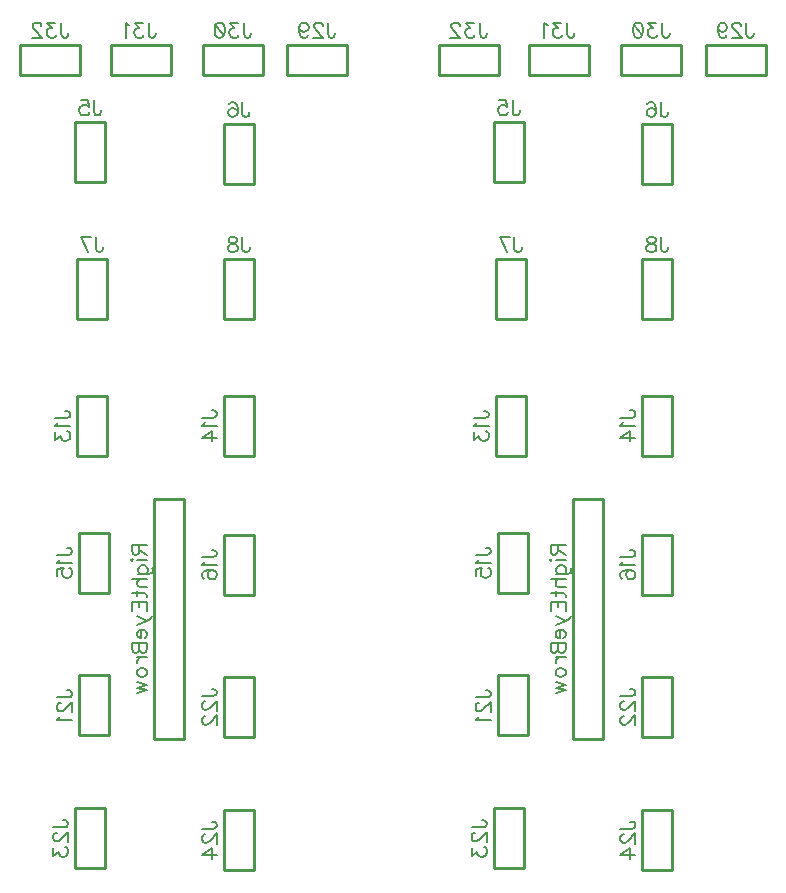
<source format=gbr>
G04 DipTrace 2.4.0.2*
%INBottomSilk.gbr*%
%MOIN*%
%ADD10C,0.0098*%
%ADD39C,0.0077*%
%FSLAX44Y44*%
G04*
G70*
G90*
G75*
G01*
%LNBotSilk*%
%LPD*%
X6753Y29505D2*
D10*
X7753D1*
X6753Y27505D2*
Y29505D1*
Y27505D2*
X7753D1*
Y29505D1*
X11703Y29443D2*
X12703D1*
X11703Y27443D2*
Y29443D1*
Y27443D2*
X12703D1*
Y29443D1*
X6815Y24943D2*
X7815D1*
X6815Y22943D2*
Y24943D1*
Y22943D2*
X7815D1*
Y24943D1*
X11703D2*
X12703D1*
X11703Y22943D2*
Y24943D1*
Y22943D2*
X12703D1*
Y24943D1*
X6815Y20380D2*
X7815D1*
X6815Y18380D2*
Y20380D1*
Y18380D2*
X7815D1*
Y20380D1*
X11703D2*
X12703D1*
X11703Y18380D2*
Y20380D1*
Y18380D2*
X12703D1*
Y20380D1*
X6878Y15818D2*
X7878D1*
X6878Y13818D2*
Y15818D1*
Y13818D2*
X7878D1*
Y15818D1*
X11703Y15755D2*
X12703D1*
X11703Y13755D2*
Y15755D1*
Y13755D2*
X12703D1*
Y15755D1*
X6878Y11068D2*
X7878D1*
X6878Y9068D2*
Y11068D1*
Y9068D2*
X7878D1*
Y11068D1*
X11703Y11005D2*
X12703D1*
X11703Y9005D2*
Y11005D1*
Y9005D2*
X12703D1*
Y11005D1*
X6746Y6630D2*
X7746D1*
X6746Y4630D2*
Y6630D1*
Y4630D2*
X7746D1*
Y6630D1*
X11703Y6568D2*
X12703D1*
X11703Y4568D2*
Y6568D1*
Y4568D2*
X12703D1*
Y6568D1*
X13816Y31092D2*
Y32092D1*
X15816Y31092D2*
X13816D1*
X15816D2*
Y32092D1*
X13816D1*
X11004Y31092D2*
Y32092D1*
X13004Y31092D2*
X11004D1*
X13004D2*
Y32092D1*
X11004D1*
X7941Y31092D2*
Y32092D1*
X9941Y31092D2*
X7941D1*
X9941D2*
Y32092D1*
X7941D1*
X4917Y31092D2*
Y32092D1*
X6917Y31092D2*
X4917D1*
X6917D2*
Y32092D1*
X4917D1*
X10378Y8943D2*
Y16943D1*
X9378Y8943D2*
X10378D1*
X9378D2*
Y16943D1*
X10378D1*
X7378Y30238D2*
D39*
Y29855D1*
X7402Y29783D1*
X7426Y29759D1*
X7474Y29735D1*
X7522D1*
X7569Y29759D1*
X7593Y29783D1*
X7617Y29855D1*
Y29903D1*
X6937Y30237D2*
X7175D1*
X7199Y30022D1*
X7175Y30046D1*
X7104Y30070D1*
X7032D1*
X6960Y30046D1*
X6912Y29998D1*
X6889Y29926D1*
Y29879D1*
X6912Y29807D1*
X6960Y29759D1*
X7032Y29735D1*
X7104D1*
X7175Y29759D1*
X7199Y29783D1*
X7223Y29831D1*
X12315Y30175D2*
Y29793D1*
X12339Y29721D1*
X12364Y29697D1*
X12411Y29673D1*
X12459D1*
X12507Y29697D1*
X12530Y29721D1*
X12555Y29793D1*
Y29840D1*
X11874Y30103D2*
X11898Y30151D1*
X11970Y30174D1*
X12017D1*
X12089Y30151D1*
X12137Y30079D1*
X12161Y29959D1*
Y29840D1*
X12137Y29744D1*
X12089Y29696D1*
X12017Y29673D1*
X11994D1*
X11922Y29696D1*
X11874Y29744D1*
X11850Y29816D1*
Y29840D1*
X11874Y29912D1*
X11922Y29959D1*
X11994Y29983D1*
X12017D1*
X12089Y29959D1*
X12137Y29912D1*
X12161Y29840D1*
X7440Y25675D2*
Y25293D1*
X7464Y25221D1*
X7488Y25197D1*
X7536Y25173D1*
X7584D1*
X7632Y25197D1*
X7655Y25221D1*
X7680Y25293D1*
Y25340D1*
X7190Y25173D2*
X6951Y25674D1*
X7286D1*
X12327Y25675D2*
Y25293D1*
X12351Y25221D1*
X12375Y25197D1*
X12423Y25173D1*
X12471D1*
X12519Y25197D1*
X12542Y25221D1*
X12567Y25293D1*
Y25340D1*
X12054Y25674D2*
X12125Y25651D1*
X12149Y25603D1*
Y25555D1*
X12125Y25508D1*
X12077Y25483D1*
X11982Y25459D1*
X11910Y25436D1*
X11862Y25388D1*
X11839Y25340D1*
Y25268D1*
X11862Y25221D1*
X11886Y25196D1*
X11958Y25173D1*
X12054D1*
X12125Y25196D1*
X12149Y25221D1*
X12173Y25268D1*
Y25340D1*
X12149Y25388D1*
X12101Y25436D1*
X12030Y25459D1*
X11934Y25483D1*
X11886Y25508D1*
X11862Y25555D1*
Y25603D1*
X11886Y25651D1*
X11958Y25674D1*
X12054D1*
X6083Y19642D2*
X6466D1*
X6537Y19666D1*
X6561Y19691D1*
X6586Y19738D1*
Y19786D1*
X6561Y19834D1*
X6537Y19857D1*
X6466Y19882D1*
X6418D1*
X6179Y19488D2*
X6155Y19440D1*
X6084Y19368D1*
X6586D1*
X6084Y19166D2*
Y18903D1*
X6275Y19046D1*
Y18974D1*
X6299Y18927D1*
X6322Y18903D1*
X6394Y18879D1*
X6442D1*
X6514Y18903D1*
X6562Y18951D1*
X6586Y19023D1*
Y19094D1*
X6562Y19166D1*
X6537Y19189D1*
X6490Y19214D1*
X10970Y19654D2*
X11353D1*
X11425Y19678D1*
X11448Y19702D1*
X11473Y19750D1*
Y19798D1*
X11448Y19846D1*
X11425Y19869D1*
X11353Y19894D1*
X11305D1*
X11067Y19500D2*
X11042Y19452D1*
X10971Y19380D1*
X11473D1*
Y18986D2*
X10971D1*
X11305Y19226D1*
Y18867D1*
X6146Y15080D2*
X6528D1*
X6600Y15104D1*
X6624Y15128D1*
X6648Y15176D1*
Y15224D1*
X6624Y15271D1*
X6600Y15295D1*
X6528Y15319D1*
X6481D1*
X6242Y14926D2*
X6218Y14877D1*
X6146Y14806D1*
X6648D1*
X6146Y14364D2*
Y14603D1*
X6361Y14627D1*
X6337Y14603D1*
X6313Y14531D1*
Y14460D1*
X6337Y14388D1*
X6385Y14340D1*
X6457Y14316D1*
X6504D1*
X6576Y14340D1*
X6624Y14388D1*
X6648Y14460D1*
Y14531D1*
X6624Y14603D1*
X6600Y14627D1*
X6552Y14651D1*
X10970Y15005D2*
X11353D1*
X11425Y15029D1*
X11448Y15053D1*
X11473Y15101D1*
Y15149D1*
X11448Y15197D1*
X11425Y15220D1*
X11353Y15245D1*
X11305D1*
X11067Y14851D2*
X11042Y14803D1*
X10971Y14731D1*
X11473D1*
X11042Y14290D2*
X10995Y14314D1*
X10971Y14385D1*
Y14433D1*
X10995Y14505D1*
X11067Y14553D1*
X11186Y14577D1*
X11305D1*
X11401Y14553D1*
X11449Y14505D1*
X11473Y14433D1*
Y14409D1*
X11449Y14338D1*
X11401Y14290D1*
X11329Y14266D1*
X11305D1*
X11233Y14290D1*
X11186Y14338D1*
X11162Y14409D1*
Y14433D1*
X11186Y14505D1*
X11233Y14553D1*
X11305Y14577D1*
X6146Y10330D2*
X6528D1*
X6600Y10354D1*
X6624Y10378D1*
X6648Y10426D1*
Y10474D1*
X6624Y10521D1*
X6600Y10545D1*
X6528Y10569D1*
X6480D1*
X6265Y10151D2*
X6242D1*
X6194Y10127D1*
X6170Y10104D1*
X6146Y10056D1*
Y9960D1*
X6170Y9912D1*
X6194Y9889D1*
X6242Y9864D1*
X6289D1*
X6337Y9889D1*
X6409Y9936D1*
X6648Y10176D1*
Y9841D1*
X6242Y9686D2*
X6217Y9638D1*
X6146Y9566D1*
X6648D1*
X10970Y10375D2*
X11353D1*
X11425Y10399D1*
X11448Y10423D1*
X11473Y10471D1*
Y10519D1*
X11448Y10566D1*
X11425Y10590D1*
X11353Y10614D1*
X11305D1*
X11090Y10196D2*
X11067D1*
X11018Y10172D1*
X10995Y10149D1*
X10971Y10101D1*
Y10005D1*
X10995Y9957D1*
X11018Y9934D1*
X11067Y9909D1*
X11114D1*
X11162Y9934D1*
X11233Y9981D1*
X11473Y10221D1*
Y9886D1*
X11090Y9707D2*
X11067D1*
X11018Y9683D1*
X10995Y9659D1*
X10971Y9611D1*
Y9516D1*
X10995Y9468D1*
X11018Y9444D1*
X11067Y9420D1*
X11114D1*
X11162Y9444D1*
X11233Y9492D1*
X11473Y9731D1*
Y9396D1*
X6014Y6000D2*
X6397D1*
X6469Y6024D1*
X6492Y6048D1*
X6517Y6096D1*
Y6144D1*
X6492Y6191D1*
X6469Y6215D1*
X6397Y6239D1*
X6349D1*
X6134Y5821D2*
X6110D1*
X6062Y5797D1*
X6039Y5774D1*
X6015Y5726D1*
Y5630D1*
X6039Y5582D1*
X6062Y5559D1*
X6110Y5534D1*
X6158D1*
X6206Y5559D1*
X6277Y5606D1*
X6517Y5846D1*
Y5511D1*
X6015Y5308D2*
Y5046D1*
X6206Y5189D1*
Y5117D1*
X6230Y5069D1*
X6254Y5046D1*
X6325Y5021D1*
X6373D1*
X6445Y5046D1*
X6493Y5093D1*
X6517Y5165D1*
Y5237D1*
X6493Y5308D1*
X6469Y5332D1*
X6421Y5356D1*
X10970Y5949D2*
X11353D1*
X11425Y5973D1*
X11448Y5997D1*
X11473Y6045D1*
Y6093D1*
X11448Y6141D1*
X11425Y6164D1*
X11353Y6189D1*
X11305D1*
X11090Y5771D2*
X11067D1*
X11018Y5747D1*
X10995Y5723D1*
X10971Y5675D1*
Y5579D1*
X10995Y5532D1*
X11018Y5508D1*
X11067Y5484D1*
X11114D1*
X11162Y5508D1*
X11233Y5556D1*
X11473Y5795D1*
Y5460D1*
Y5066D2*
X10971D1*
X11305Y5306D1*
Y4947D1*
X15174Y32825D2*
Y32442D1*
X15198Y32370D1*
X15222Y32346D1*
X15270Y32322D1*
X15318D1*
X15365Y32346D1*
X15389Y32370D1*
X15413Y32442D1*
Y32490D1*
X14995Y32705D2*
Y32728D1*
X14972Y32776D1*
X14948Y32800D1*
X14900Y32824D1*
X14804D1*
X14757Y32800D1*
X14733Y32776D1*
X14709Y32728D1*
Y32681D1*
X14733Y32633D1*
X14780Y32561D1*
X15020Y32322D1*
X14685D1*
X14219Y32657D2*
X14244Y32585D1*
X14291Y32537D1*
X14363Y32513D1*
X14387D1*
X14459Y32537D1*
X14506Y32585D1*
X14530Y32657D1*
Y32681D1*
X14506Y32753D1*
X14459Y32800D1*
X14387Y32824D1*
X14363D1*
X14291Y32800D1*
X14244Y32753D1*
X14219Y32657D1*
Y32537D1*
X14244Y32418D1*
X14291Y32346D1*
X14363Y32322D1*
X14410D1*
X14482Y32346D1*
X14506Y32394D1*
X12373Y32825D2*
Y32442D1*
X12397Y32370D1*
X12421Y32346D1*
X12469Y32322D1*
X12517D1*
X12564Y32346D1*
X12588Y32370D1*
X12612Y32442D1*
Y32490D1*
X12171Y32824D2*
X11908D1*
X12051Y32633D1*
X11979D1*
X11932Y32609D1*
X11908Y32585D1*
X11884Y32513D1*
Y32466D1*
X11908Y32394D1*
X11956Y32346D1*
X12028Y32322D1*
X12099D1*
X12171Y32346D1*
X12194Y32370D1*
X12219Y32418D1*
X11586Y32824D2*
X11658Y32800D1*
X11706Y32728D1*
X11729Y32609D1*
Y32537D1*
X11706Y32418D1*
X11658Y32346D1*
X11586Y32322D1*
X11538D1*
X11466Y32346D1*
X11419Y32418D1*
X11395Y32537D1*
Y32609D1*
X11419Y32728D1*
X11466Y32800D1*
X11538Y32824D1*
X11586D1*
X11419Y32728D2*
X11706Y32418D1*
X9203Y32825D2*
Y32442D1*
X9227Y32370D1*
X9251Y32346D1*
X9299Y32322D1*
X9347D1*
X9394Y32346D1*
X9418Y32370D1*
X9442Y32442D1*
Y32490D1*
X9000Y32824D2*
X8738D1*
X8881Y32633D1*
X8809D1*
X8762Y32609D1*
X8738Y32585D1*
X8714Y32513D1*
Y32466D1*
X8738Y32394D1*
X8785Y32346D1*
X8857Y32322D1*
X8929D1*
X9000Y32346D1*
X9024Y32370D1*
X9049Y32418D1*
X8559Y32728D2*
X8511Y32753D1*
X8439Y32824D1*
Y32322D1*
X6287Y32825D2*
Y32442D1*
X6310Y32370D1*
X6335Y32346D1*
X6382Y32322D1*
X6430D1*
X6478Y32346D1*
X6502Y32370D1*
X6526Y32442D1*
Y32490D1*
X6084Y32824D2*
X5822D1*
X5965Y32633D1*
X5893D1*
X5845Y32609D1*
X5822Y32585D1*
X5797Y32513D1*
Y32466D1*
X5822Y32394D1*
X5869Y32346D1*
X5941Y32322D1*
X6013D1*
X6084Y32346D1*
X6108Y32370D1*
X6132Y32418D1*
X5619Y32705D2*
Y32728D1*
X5595Y32776D1*
X5571Y32800D1*
X5523Y32824D1*
X5427D1*
X5380Y32800D1*
X5356Y32776D1*
X5332Y32728D1*
Y32681D1*
X5356Y32633D1*
X5404Y32561D1*
X5643Y32322D1*
X5308D1*
X8885Y15419D2*
Y15204D1*
X8861Y15132D1*
X8837Y15107D1*
X8789Y15084D1*
X8741D1*
X8694Y15107D1*
X8669Y15132D1*
X8646Y15204D1*
Y15419D1*
X9148D1*
X8885Y15251D2*
X9148Y15084D1*
X8646Y14929D2*
X8669Y14905D1*
X8646Y14881D1*
X8621Y14905D1*
X8646Y14929D1*
X8813Y14905D2*
X9148D1*
X8837Y14440D2*
X9220D1*
X9291Y14464D1*
X9316Y14487D1*
X9339Y14536D1*
Y14607D1*
X9316Y14655D1*
X8909Y14440D2*
X8861Y14487D1*
X8837Y14536D1*
Y14607D1*
X8861Y14655D1*
X8909Y14703D1*
X8981Y14727D1*
X9029D1*
X9100Y14703D1*
X9148Y14655D1*
X9172Y14607D1*
Y14536D1*
X9148Y14487D1*
X9100Y14440D1*
X8646Y14286D2*
X9148D1*
X8909D2*
X8837Y14214D1*
X8813Y14166D1*
Y14094D1*
X8837Y14046D1*
X8909Y14022D1*
X9148D1*
X8646Y13796D2*
X9052D1*
X9124Y13772D1*
X9148Y13724D1*
Y13677D1*
X8813Y13868D2*
Y13701D1*
X8646Y13212D2*
Y13522D1*
X9148D1*
Y13212D1*
X8885Y13522D2*
Y13331D1*
X8813Y13033D2*
X9148Y12890D1*
X9244Y12937D1*
X9292Y12986D1*
X9316Y13033D1*
Y13057D1*
X8813Y12746D2*
X9148Y12890D1*
X8957Y12592D2*
Y12305D1*
X8909D1*
X8861Y12329D1*
X8837Y12353D1*
X8813Y12401D1*
Y12472D1*
X8837Y12520D1*
X8885Y12568D1*
X8957Y12592D1*
X9004D1*
X9076Y12568D1*
X9124Y12520D1*
X9148Y12472D1*
Y12401D1*
X9124Y12353D1*
X9076Y12305D1*
X8646Y12151D2*
X9148D1*
Y11935D1*
X9124Y11863D1*
X9100Y11839D1*
X9052Y11816D1*
X8981D1*
X8933Y11839D1*
X8909Y11863D1*
X8885Y11935D1*
X8861Y11863D1*
X8837Y11839D1*
X8789Y11816D1*
X8741D1*
X8694Y11839D1*
X8669Y11863D1*
X8646Y11935D1*
Y12151D1*
X8885D2*
Y11935D1*
X8813Y11661D2*
X9148D1*
X8957D2*
X8885Y11637D1*
X8837Y11589D1*
X8813Y11541D1*
Y11470D1*
Y11196D2*
X8837Y11243D1*
X8885Y11291D1*
X8957Y11315D1*
X9004D1*
X9076Y11291D1*
X9124Y11243D1*
X9148Y11196D1*
Y11124D1*
X9124Y11076D1*
X9076Y11028D1*
X9004Y11004D1*
X8957D1*
X8885Y11028D1*
X8837Y11076D1*
X8813Y11124D1*
Y11196D1*
Y10850D2*
X9148Y10754D1*
X8813Y10658D1*
X9148Y10563D1*
X8813Y10467D1*
X20704Y29505D2*
D10*
X21704D1*
X20704Y27505D2*
Y29505D1*
Y27505D2*
X21704D1*
Y29505D1*
X25654Y29443D2*
X26654D1*
X25654Y27443D2*
Y29443D1*
Y27443D2*
X26654D1*
Y29443D1*
X20766Y24943D2*
X21766D1*
X20766Y22943D2*
Y24943D1*
Y22943D2*
X21766D1*
Y24943D1*
X25654D2*
X26654D1*
X25654Y22943D2*
Y24943D1*
Y22943D2*
X26654D1*
Y24943D1*
X20766Y20380D2*
X21766D1*
X20766Y18380D2*
Y20380D1*
Y18380D2*
X21766D1*
Y20380D1*
X25654D2*
X26654D1*
X25654Y18380D2*
Y20380D1*
Y18380D2*
X26654D1*
Y20380D1*
X20829Y15818D2*
X21829D1*
X20829Y13818D2*
Y15818D1*
Y13818D2*
X21829D1*
Y15818D1*
X25654Y15755D2*
X26654D1*
X25654Y13755D2*
Y15755D1*
Y13755D2*
X26654D1*
Y15755D1*
X20829Y11068D2*
X21829D1*
X20829Y9068D2*
Y11068D1*
Y9068D2*
X21829D1*
Y11068D1*
X25654Y11005D2*
X26654D1*
X25654Y9005D2*
Y11005D1*
Y9005D2*
X26654D1*
Y11005D1*
X20698Y6630D2*
X21698D1*
X20698Y4630D2*
Y6630D1*
Y4630D2*
X21698D1*
Y6630D1*
X25654Y6568D2*
X26654D1*
X25654Y4568D2*
Y6568D1*
Y4568D2*
X26654D1*
Y6568D1*
X27767Y31092D2*
Y32092D1*
X29767Y31092D2*
X27767D1*
X29767D2*
Y32092D1*
X27767D1*
X24955Y31092D2*
Y32092D1*
X26955Y31092D2*
X24955D1*
X26955D2*
Y32092D1*
X24955D1*
X21892Y31092D2*
Y32092D1*
X23892Y31092D2*
X21892D1*
X23892D2*
Y32092D1*
X21892D1*
X18868Y31092D2*
Y32092D1*
X20868Y31092D2*
X18868D1*
X20868D2*
Y32092D1*
X18868D1*
X24329Y8943D2*
Y16943D1*
X23329Y8943D2*
X24329D1*
X23329D2*
Y16943D1*
X24329D1*
X21329Y30238D2*
D39*
Y29855D1*
X21353Y29783D1*
X21377Y29759D1*
X21425Y29735D1*
X21473D1*
X21520Y29759D1*
X21544Y29783D1*
X21568Y29855D1*
Y29903D1*
X20888Y30237D2*
X21127D1*
X21150Y30022D1*
X21127Y30046D1*
X21055Y30070D1*
X20983D1*
X20912Y30046D1*
X20863Y29998D1*
X20840Y29926D1*
Y29879D1*
X20863Y29807D1*
X20912Y29759D1*
X20983Y29735D1*
X21055D1*
X21127Y29759D1*
X21150Y29783D1*
X21175Y29831D1*
X26267Y30175D2*
Y29793D1*
X26290Y29721D1*
X26315Y29697D1*
X26362Y29673D1*
X26410D1*
X26458Y29697D1*
X26482Y29721D1*
X26506Y29793D1*
Y29840D1*
X25825Y30103D2*
X25849Y30151D1*
X25921Y30174D1*
X25968D1*
X26040Y30151D1*
X26088Y30079D1*
X26112Y29959D1*
Y29840D1*
X26088Y29744D1*
X26040Y29696D1*
X25968Y29673D1*
X25945D1*
X25873Y29696D1*
X25825Y29744D1*
X25802Y29816D1*
Y29840D1*
X25825Y29912D1*
X25873Y29959D1*
X25945Y29983D1*
X25968D1*
X26040Y29959D1*
X26088Y29912D1*
X26112Y29840D1*
X21391Y25675D2*
Y25293D1*
X21415Y25221D1*
X21440Y25197D1*
X21487Y25173D1*
X21535D1*
X21583Y25197D1*
X21606Y25221D1*
X21631Y25293D1*
Y25340D1*
X21141Y25173D2*
X20902Y25674D1*
X21237D1*
X26278Y25675D2*
Y25293D1*
X26302Y25221D1*
X26327Y25197D1*
X26374Y25173D1*
X26422D1*
X26470Y25197D1*
X26493Y25221D1*
X26518Y25293D1*
Y25340D1*
X26005Y25674D2*
X26076Y25651D1*
X26100Y25603D1*
Y25555D1*
X26076Y25508D1*
X26028Y25483D1*
X25933Y25459D1*
X25861Y25436D1*
X25813Y25388D1*
X25790Y25340D1*
Y25268D1*
X25813Y25221D1*
X25837Y25196D1*
X25909Y25173D1*
X26005D1*
X26076Y25196D1*
X26100Y25221D1*
X26124Y25268D1*
Y25340D1*
X26100Y25388D1*
X26052Y25436D1*
X25981Y25459D1*
X25885Y25483D1*
X25837Y25508D1*
X25813Y25555D1*
Y25603D1*
X25837Y25651D1*
X25909Y25674D1*
X26005D1*
X20034Y19642D2*
X20417D1*
X20489Y19666D1*
X20512Y19691D1*
X20537Y19738D1*
Y19786D1*
X20512Y19834D1*
X20489Y19857D1*
X20417Y19882D1*
X20369D1*
X20130Y19488D2*
X20106Y19440D1*
X20035Y19368D1*
X20537D1*
X20035Y19166D2*
Y18903D1*
X20226Y19046D1*
Y18974D1*
X20250Y18927D1*
X20274Y18903D1*
X20345Y18879D1*
X20393D1*
X20465Y18903D1*
X20513Y18951D1*
X20537Y19023D1*
Y19094D1*
X20513Y19166D1*
X20489Y19189D1*
X20441Y19214D1*
X24922Y19654D2*
X25304D1*
X25376Y19678D1*
X25400Y19702D1*
X25424Y19750D1*
Y19798D1*
X25400Y19846D1*
X25376Y19869D1*
X25304Y19894D1*
X25256D1*
X25018Y19500D2*
X24993Y19452D1*
X24922Y19380D1*
X25424D1*
Y18986D2*
X24922D1*
X25256Y19226D1*
Y18867D1*
X20097Y15080D2*
X20479D1*
X20551Y15104D1*
X20575Y15128D1*
X20599Y15176D1*
Y15224D1*
X20575Y15271D1*
X20551Y15295D1*
X20479Y15319D1*
X20432D1*
X20193Y14926D2*
X20169Y14877D1*
X20097Y14806D1*
X20599D1*
X20097Y14364D2*
Y14603D1*
X20312Y14627D1*
X20289Y14603D1*
X20264Y14531D1*
Y14460D1*
X20289Y14388D1*
X20336Y14340D1*
X20408Y14316D1*
X20455D1*
X20527Y14340D1*
X20575Y14388D1*
X20599Y14460D1*
Y14531D1*
X20575Y14603D1*
X20551Y14627D1*
X20504Y14651D1*
X24922Y15005D2*
X25304D1*
X25376Y15029D1*
X25400Y15053D1*
X25424Y15101D1*
Y15149D1*
X25400Y15197D1*
X25376Y15220D1*
X25304Y15245D1*
X25256D1*
X25018Y14851D2*
X24993Y14803D1*
X24922Y14731D1*
X25424D1*
X24993Y14290D2*
X24946Y14314D1*
X24922Y14385D1*
Y14433D1*
X24946Y14505D1*
X25018Y14553D1*
X25137Y14577D1*
X25256D1*
X25352Y14553D1*
X25400Y14505D1*
X25424Y14433D1*
Y14409D1*
X25400Y14338D1*
X25352Y14290D1*
X25280Y14266D1*
X25256D1*
X25185Y14290D1*
X25137Y14338D1*
X25113Y14409D1*
Y14433D1*
X25137Y14505D1*
X25185Y14553D1*
X25256Y14577D1*
X20097Y10330D2*
X20479D1*
X20551Y10354D1*
X20575Y10378D1*
X20599Y10426D1*
Y10474D1*
X20575Y10521D1*
X20551Y10545D1*
X20479Y10569D1*
X20432D1*
X20217Y10151D2*
X20193D1*
X20145Y10127D1*
X20121Y10104D1*
X20097Y10056D1*
Y9960D1*
X20121Y9912D1*
X20145Y9889D1*
X20193Y9864D1*
X20240D1*
X20288Y9889D1*
X20360Y9936D1*
X20599Y10176D1*
Y9841D1*
X20193Y9686D2*
X20168Y9638D1*
X20097Y9566D1*
X20599D1*
X24922Y10375D2*
X25304D1*
X25376Y10399D1*
X25400Y10423D1*
X25424Y10471D1*
Y10519D1*
X25400Y10566D1*
X25376Y10590D1*
X25304Y10614D1*
X25256D1*
X25041Y10196D2*
X25018D1*
X24970Y10172D1*
X24946Y10149D1*
X24922Y10101D1*
Y10005D1*
X24946Y9957D1*
X24970Y9934D1*
X25018Y9909D1*
X25065D1*
X25113Y9934D1*
X25185Y9981D1*
X25424Y10221D1*
Y9886D1*
X25041Y9707D2*
X25018D1*
X24970Y9683D1*
X24946Y9659D1*
X24922Y9611D1*
Y9516D1*
X24946Y9468D1*
X24970Y9444D1*
X25018Y9420D1*
X25065D1*
X25113Y9444D1*
X25185Y9492D1*
X25424Y9731D1*
Y9396D1*
X19965Y6000D2*
X20348D1*
X20420Y6024D1*
X20443Y6048D1*
X20468Y6096D1*
Y6144D1*
X20443Y6191D1*
X20420Y6215D1*
X20348Y6239D1*
X20300D1*
X20085Y5821D2*
X20062D1*
X20013Y5797D1*
X19990Y5774D1*
X19966Y5726D1*
Y5630D1*
X19990Y5582D1*
X20013Y5559D1*
X20062Y5534D1*
X20109D1*
X20157Y5559D1*
X20228Y5606D1*
X20468Y5846D1*
Y5511D1*
X19966Y5308D2*
Y5046D1*
X20157Y5189D1*
Y5117D1*
X20181Y5069D1*
X20205Y5046D1*
X20277Y5021D1*
X20324D1*
X20396Y5046D1*
X20444Y5093D1*
X20468Y5165D1*
Y5237D1*
X20444Y5308D1*
X20420Y5332D1*
X20372Y5356D1*
X24922Y5949D2*
X25304D1*
X25376Y5973D1*
X25400Y5997D1*
X25424Y6045D1*
Y6093D1*
X25400Y6141D1*
X25376Y6164D1*
X25304Y6189D1*
X25256D1*
X25041Y5771D2*
X25018D1*
X24970Y5747D1*
X24946Y5723D1*
X24922Y5675D1*
Y5579D1*
X24946Y5532D1*
X24970Y5508D1*
X25018Y5484D1*
X25065D1*
X25113Y5508D1*
X25185Y5556D1*
X25424Y5795D1*
Y5460D1*
Y5066D2*
X24922D1*
X25256Y5306D1*
Y4947D1*
X29125Y32825D2*
Y32442D1*
X29149Y32370D1*
X29173Y32346D1*
X29221Y32322D1*
X29269D1*
X29316Y32346D1*
X29340Y32370D1*
X29365Y32442D1*
Y32490D1*
X28946Y32705D2*
Y32728D1*
X28923Y32776D1*
X28899Y32800D1*
X28851Y32824D1*
X28755D1*
X28708Y32800D1*
X28684Y32776D1*
X28660Y32728D1*
Y32681D1*
X28684Y32633D1*
X28731Y32561D1*
X28971Y32322D1*
X28636D1*
X28170Y32657D2*
X28195Y32585D1*
X28242Y32537D1*
X28314Y32513D1*
X28338D1*
X28410Y32537D1*
X28457Y32585D1*
X28481Y32657D1*
Y32681D1*
X28457Y32753D1*
X28410Y32800D1*
X28338Y32824D1*
X28314D1*
X28242Y32800D1*
X28195Y32753D1*
X28170Y32657D1*
Y32537D1*
X28195Y32418D1*
X28242Y32346D1*
X28314Y32322D1*
X28362D1*
X28433Y32346D1*
X28457Y32394D1*
X26324Y32825D2*
Y32442D1*
X26348Y32370D1*
X26372Y32346D1*
X26420Y32322D1*
X26468D1*
X26516Y32346D1*
X26539Y32370D1*
X26564Y32442D1*
Y32490D1*
X26122Y32824D2*
X25859D1*
X26002Y32633D1*
X25931D1*
X25883Y32609D1*
X25859Y32585D1*
X25835Y32513D1*
Y32466D1*
X25859Y32394D1*
X25907Y32346D1*
X25979Y32322D1*
X26050D1*
X26122Y32346D1*
X26146Y32370D1*
X26170Y32418D1*
X25537Y32824D2*
X25609Y32800D1*
X25657Y32728D1*
X25681Y32609D1*
Y32537D1*
X25657Y32418D1*
X25609Y32346D1*
X25537Y32322D1*
X25489D1*
X25417Y32346D1*
X25370Y32418D1*
X25346Y32537D1*
Y32609D1*
X25370Y32728D1*
X25417Y32800D1*
X25489Y32824D1*
X25537D1*
X25370Y32728D2*
X25657Y32418D1*
X23154Y32825D2*
Y32442D1*
X23178Y32370D1*
X23202Y32346D1*
X23250Y32322D1*
X23298D1*
X23345Y32346D1*
X23369Y32370D1*
X23393Y32442D1*
Y32490D1*
X22952Y32824D2*
X22689D1*
X22832Y32633D1*
X22760D1*
X22713Y32609D1*
X22689Y32585D1*
X22665Y32513D1*
Y32466D1*
X22689Y32394D1*
X22737Y32346D1*
X22808Y32322D1*
X22880D1*
X22952Y32346D1*
X22975Y32370D1*
X23000Y32418D1*
X22510Y32728D2*
X22462Y32753D1*
X22390Y32824D1*
Y32322D1*
X20238Y32825D2*
Y32442D1*
X20262Y32370D1*
X20286Y32346D1*
X20333Y32322D1*
X20381D1*
X20429Y32346D1*
X20453Y32370D1*
X20477Y32442D1*
Y32490D1*
X20035Y32824D2*
X19773D1*
X19916Y32633D1*
X19844D1*
X19797Y32609D1*
X19773Y32585D1*
X19748Y32513D1*
Y32466D1*
X19773Y32394D1*
X19820Y32346D1*
X19892Y32322D1*
X19964D1*
X20035Y32346D1*
X20059Y32370D1*
X20083Y32418D1*
X19570Y32705D2*
Y32728D1*
X19546Y32776D1*
X19522Y32800D1*
X19474Y32824D1*
X19378D1*
X19331Y32800D1*
X19307Y32776D1*
X19283Y32728D1*
Y32681D1*
X19307Y32633D1*
X19355Y32561D1*
X19594Y32322D1*
X19259D1*
X22836Y15419D2*
Y15204D1*
X22812Y15132D1*
X22788Y15107D1*
X22740Y15084D1*
X22692D1*
X22645Y15107D1*
X22621Y15132D1*
X22597Y15204D1*
Y15419D1*
X23099D1*
X22836Y15251D2*
X23099Y15084D1*
X22597Y14929D2*
X22621Y14905D1*
X22597Y14881D1*
X22572Y14905D1*
X22597Y14929D1*
X22764Y14905D2*
X23099D1*
X22788Y14440D2*
X23171D1*
X23242Y14464D1*
X23267Y14487D1*
X23290Y14536D1*
Y14607D1*
X23267Y14655D1*
X22860Y14440D2*
X22812Y14487D1*
X22788Y14536D1*
Y14607D1*
X22812Y14655D1*
X22860Y14703D1*
X22932Y14727D1*
X22980D1*
X23051Y14703D1*
X23099Y14655D1*
X23123Y14607D1*
Y14536D1*
X23099Y14487D1*
X23051Y14440D1*
X22597Y14286D2*
X23099D1*
X22860D2*
X22788Y14214D1*
X22764Y14166D1*
Y14094D1*
X22788Y14046D1*
X22860Y14022D1*
X23099D1*
X22597Y13796D2*
X23004D1*
X23075Y13772D1*
X23099Y13724D1*
Y13677D1*
X22764Y13868D2*
Y13701D1*
X22597Y13212D2*
Y13522D1*
X23099D1*
Y13212D1*
X22836Y13522D2*
Y13331D1*
X22764Y13033D2*
X23099Y12890D1*
X23195Y12937D1*
X23243Y12986D1*
X23267Y13033D1*
Y13057D1*
X22764Y12746D2*
X23099Y12890D1*
X22908Y12592D2*
Y12305D1*
X22860D1*
X22812Y12329D1*
X22788Y12353D1*
X22764Y12401D1*
Y12472D1*
X22788Y12520D1*
X22836Y12568D1*
X22908Y12592D1*
X22955D1*
X23027Y12568D1*
X23075Y12520D1*
X23099Y12472D1*
Y12401D1*
X23075Y12353D1*
X23027Y12305D1*
X22597Y12151D2*
X23099D1*
Y11935D1*
X23075Y11863D1*
X23051Y11839D1*
X23004Y11816D1*
X22932D1*
X22884Y11839D1*
X22860Y11863D1*
X22836Y11935D1*
X22812Y11863D1*
X22788Y11839D1*
X22740Y11816D1*
X22692D1*
X22645Y11839D1*
X22621Y11863D1*
X22597Y11935D1*
Y12151D1*
X22836D2*
Y11935D1*
X22764Y11661D2*
X23099D1*
X22908D2*
X22836Y11637D1*
X22788Y11589D1*
X22764Y11541D1*
Y11470D1*
Y11196D2*
X22788Y11243D1*
X22836Y11291D1*
X22908Y11315D1*
X22955D1*
X23027Y11291D1*
X23075Y11243D1*
X23099Y11196D1*
Y11124D1*
X23075Y11076D1*
X23027Y11028D1*
X22955Y11004D1*
X22908D1*
X22836Y11028D1*
X22788Y11076D1*
X22764Y11124D1*
Y11196D1*
Y10850D2*
X23099Y10754D1*
X22764Y10658D1*
X23099Y10563D1*
X22764Y10467D1*
M02*

</source>
